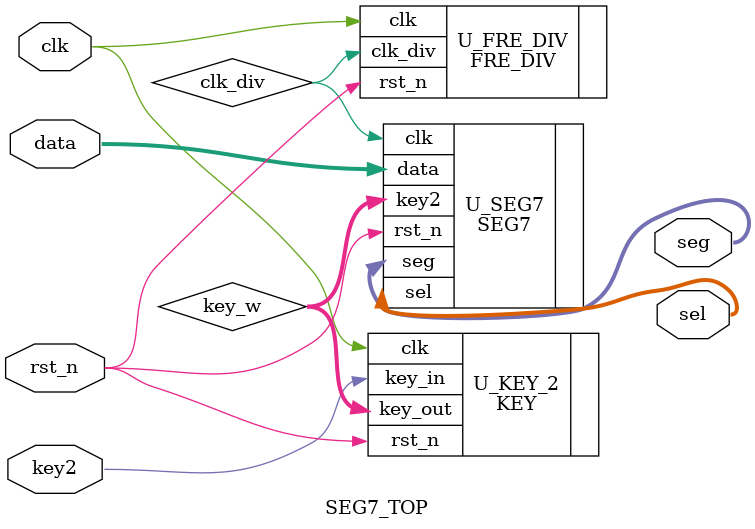
<source format=v>
/*****************************************************************************

*    Engineer       : yanglei
*    Target Device  : Cyclone IV E ( EP4CE6F17C8 )
*    Tool versions  : Quartus II 12.1
*    Create Date    : 2018-1-12
*    Revision       : v1.0
*    Description    : 适用于 数码管的 顶层模块

*****************************************************************************/
module SEG7_TOP (clk, rst_n, key2, data, seg, sel);
    input           key2;
    input           clk; //50MHz
    input           rst_n;
    input   [15:0]  data;
    
    output  [7:0]   seg;     //段选
    output  [5:0]   sel;     //位选
    
    wire clk_div;
    wire [15:0] data;
    wire [3:0]  key_w;
    
    KEY #(
        .MODE            ( 4'd2    )
    ) U_KEY_2 
    (
        .clk             ( clk     ), 
        .rst_n           ( rst_n   ), 
        .key_in          ( key2    ), 
        .key_out         ( key_w   )
    );
    
    FRE_DIV U_FRE_DIV (
        .clk        ( clk     ), 
        .rst_n      ( rst_n   ), 
        
        .clk_div    ( clk_div )
    );
    
    SEG7 U_SEG7 (
        .key2       ( key_w   ),
        .clk        ( clk_div ), 
        .rst_n      ( rst_n   ), 
        .data       ( data    ),
        
        .seg        ( seg     ), 
        .sel        ( sel     )
    );
    
endmodule
</source>
